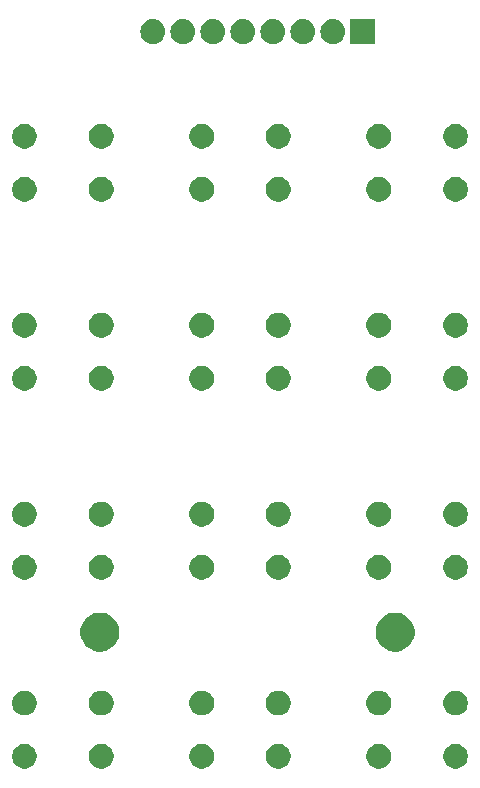
<source format=gbr>
G04 #@! TF.GenerationSoftware,KiCad,Pcbnew,5.0.2+dfsg1-1*
G04 #@! TF.CreationDate,2021-10-12T12:34:50+05:30*
G04 #@! TF.ProjectId,KEYBORD_PCB_V1,4b455942-4f52-4445-9f50-43425f56312e,rev?*
G04 #@! TF.SameCoordinates,Original*
G04 #@! TF.FileFunction,Soldermask,Top*
G04 #@! TF.FilePolarity,Negative*
%FSLAX46Y46*%
G04 Gerber Fmt 4.6, Leading zero omitted, Abs format (unit mm)*
G04 Created by KiCad (PCBNEW 5.0.2+dfsg1-1) date Tue 12 Oct 2021 12:34:50 PM IST*
%MOMM*%
%LPD*%
G01*
G04 APERTURE LIST*
%ADD10C,0.100000*%
G04 APERTURE END LIST*
D10*
G36*
X113806565Y-100489389D02*
X113997834Y-100568615D01*
X114169976Y-100683637D01*
X114316363Y-100830024D01*
X114431385Y-101002166D01*
X114510611Y-101193435D01*
X114551000Y-101396484D01*
X114551000Y-101603516D01*
X114510611Y-101806565D01*
X114431385Y-101997834D01*
X114316363Y-102169976D01*
X114169976Y-102316363D01*
X113997834Y-102431385D01*
X113806565Y-102510611D01*
X113603516Y-102551000D01*
X113396484Y-102551000D01*
X113193435Y-102510611D01*
X113002166Y-102431385D01*
X112830024Y-102316363D01*
X112683637Y-102169976D01*
X112568615Y-101997834D01*
X112489389Y-101806565D01*
X112449000Y-101603516D01*
X112449000Y-101396484D01*
X112489389Y-101193435D01*
X112568615Y-101002166D01*
X112683637Y-100830024D01*
X112830024Y-100683637D01*
X113002166Y-100568615D01*
X113193435Y-100489389D01*
X113396484Y-100449000D01*
X113603516Y-100449000D01*
X113806565Y-100489389D01*
X113806565Y-100489389D01*
G37*
G36*
X107306565Y-100489389D02*
X107497834Y-100568615D01*
X107669976Y-100683637D01*
X107816363Y-100830024D01*
X107931385Y-101002166D01*
X108010611Y-101193435D01*
X108051000Y-101396484D01*
X108051000Y-101603516D01*
X108010611Y-101806565D01*
X107931385Y-101997834D01*
X107816363Y-102169976D01*
X107669976Y-102316363D01*
X107497834Y-102431385D01*
X107306565Y-102510611D01*
X107103516Y-102551000D01*
X106896484Y-102551000D01*
X106693435Y-102510611D01*
X106502166Y-102431385D01*
X106330024Y-102316363D01*
X106183637Y-102169976D01*
X106068615Y-101997834D01*
X105989389Y-101806565D01*
X105949000Y-101603516D01*
X105949000Y-101396484D01*
X105989389Y-101193435D01*
X106068615Y-101002166D01*
X106183637Y-100830024D01*
X106330024Y-100683637D01*
X106502166Y-100568615D01*
X106693435Y-100489389D01*
X106896484Y-100449000D01*
X107103516Y-100449000D01*
X107306565Y-100489389D01*
X107306565Y-100489389D01*
G37*
G36*
X77306565Y-100489389D02*
X77497834Y-100568615D01*
X77669976Y-100683637D01*
X77816363Y-100830024D01*
X77931385Y-101002166D01*
X78010611Y-101193435D01*
X78051000Y-101396484D01*
X78051000Y-101603516D01*
X78010611Y-101806565D01*
X77931385Y-101997834D01*
X77816363Y-102169976D01*
X77669976Y-102316363D01*
X77497834Y-102431385D01*
X77306565Y-102510611D01*
X77103516Y-102551000D01*
X76896484Y-102551000D01*
X76693435Y-102510611D01*
X76502166Y-102431385D01*
X76330024Y-102316363D01*
X76183637Y-102169976D01*
X76068615Y-101997834D01*
X75989389Y-101806565D01*
X75949000Y-101603516D01*
X75949000Y-101396484D01*
X75989389Y-101193435D01*
X76068615Y-101002166D01*
X76183637Y-100830024D01*
X76330024Y-100683637D01*
X76502166Y-100568615D01*
X76693435Y-100489389D01*
X76896484Y-100449000D01*
X77103516Y-100449000D01*
X77306565Y-100489389D01*
X77306565Y-100489389D01*
G37*
G36*
X83806565Y-100489389D02*
X83997834Y-100568615D01*
X84169976Y-100683637D01*
X84316363Y-100830024D01*
X84431385Y-101002166D01*
X84510611Y-101193435D01*
X84551000Y-101396484D01*
X84551000Y-101603516D01*
X84510611Y-101806565D01*
X84431385Y-101997834D01*
X84316363Y-102169976D01*
X84169976Y-102316363D01*
X83997834Y-102431385D01*
X83806565Y-102510611D01*
X83603516Y-102551000D01*
X83396484Y-102551000D01*
X83193435Y-102510611D01*
X83002166Y-102431385D01*
X82830024Y-102316363D01*
X82683637Y-102169976D01*
X82568615Y-101997834D01*
X82489389Y-101806565D01*
X82449000Y-101603516D01*
X82449000Y-101396484D01*
X82489389Y-101193435D01*
X82568615Y-101002166D01*
X82683637Y-100830024D01*
X82830024Y-100683637D01*
X83002166Y-100568615D01*
X83193435Y-100489389D01*
X83396484Y-100449000D01*
X83603516Y-100449000D01*
X83806565Y-100489389D01*
X83806565Y-100489389D01*
G37*
G36*
X92306565Y-100489389D02*
X92497834Y-100568615D01*
X92669976Y-100683637D01*
X92816363Y-100830024D01*
X92931385Y-101002166D01*
X93010611Y-101193435D01*
X93051000Y-101396484D01*
X93051000Y-101603516D01*
X93010611Y-101806565D01*
X92931385Y-101997834D01*
X92816363Y-102169976D01*
X92669976Y-102316363D01*
X92497834Y-102431385D01*
X92306565Y-102510611D01*
X92103516Y-102551000D01*
X91896484Y-102551000D01*
X91693435Y-102510611D01*
X91502166Y-102431385D01*
X91330024Y-102316363D01*
X91183637Y-102169976D01*
X91068615Y-101997834D01*
X90989389Y-101806565D01*
X90949000Y-101603516D01*
X90949000Y-101396484D01*
X90989389Y-101193435D01*
X91068615Y-101002166D01*
X91183637Y-100830024D01*
X91330024Y-100683637D01*
X91502166Y-100568615D01*
X91693435Y-100489389D01*
X91896484Y-100449000D01*
X92103516Y-100449000D01*
X92306565Y-100489389D01*
X92306565Y-100489389D01*
G37*
G36*
X98806565Y-100489389D02*
X98997834Y-100568615D01*
X99169976Y-100683637D01*
X99316363Y-100830024D01*
X99431385Y-101002166D01*
X99510611Y-101193435D01*
X99551000Y-101396484D01*
X99551000Y-101603516D01*
X99510611Y-101806565D01*
X99431385Y-101997834D01*
X99316363Y-102169976D01*
X99169976Y-102316363D01*
X98997834Y-102431385D01*
X98806565Y-102510611D01*
X98603516Y-102551000D01*
X98396484Y-102551000D01*
X98193435Y-102510611D01*
X98002166Y-102431385D01*
X97830024Y-102316363D01*
X97683637Y-102169976D01*
X97568615Y-101997834D01*
X97489389Y-101806565D01*
X97449000Y-101603516D01*
X97449000Y-101396484D01*
X97489389Y-101193435D01*
X97568615Y-101002166D01*
X97683637Y-100830024D01*
X97830024Y-100683637D01*
X98002166Y-100568615D01*
X98193435Y-100489389D01*
X98396484Y-100449000D01*
X98603516Y-100449000D01*
X98806565Y-100489389D01*
X98806565Y-100489389D01*
G37*
G36*
X98806565Y-95989389D02*
X98997834Y-96068615D01*
X99169976Y-96183637D01*
X99316363Y-96330024D01*
X99431385Y-96502166D01*
X99510611Y-96693435D01*
X99551000Y-96896484D01*
X99551000Y-97103516D01*
X99510611Y-97306565D01*
X99431385Y-97497834D01*
X99316363Y-97669976D01*
X99169976Y-97816363D01*
X98997834Y-97931385D01*
X98806565Y-98010611D01*
X98603516Y-98051000D01*
X98396484Y-98051000D01*
X98193435Y-98010611D01*
X98002166Y-97931385D01*
X97830024Y-97816363D01*
X97683637Y-97669976D01*
X97568615Y-97497834D01*
X97489389Y-97306565D01*
X97449000Y-97103516D01*
X97449000Y-96896484D01*
X97489389Y-96693435D01*
X97568615Y-96502166D01*
X97683637Y-96330024D01*
X97830024Y-96183637D01*
X98002166Y-96068615D01*
X98193435Y-95989389D01*
X98396484Y-95949000D01*
X98603516Y-95949000D01*
X98806565Y-95989389D01*
X98806565Y-95989389D01*
G37*
G36*
X107306565Y-95989389D02*
X107497834Y-96068615D01*
X107669976Y-96183637D01*
X107816363Y-96330024D01*
X107931385Y-96502166D01*
X108010611Y-96693435D01*
X108051000Y-96896484D01*
X108051000Y-97103516D01*
X108010611Y-97306565D01*
X107931385Y-97497834D01*
X107816363Y-97669976D01*
X107669976Y-97816363D01*
X107497834Y-97931385D01*
X107306565Y-98010611D01*
X107103516Y-98051000D01*
X106896484Y-98051000D01*
X106693435Y-98010611D01*
X106502166Y-97931385D01*
X106330024Y-97816363D01*
X106183637Y-97669976D01*
X106068615Y-97497834D01*
X105989389Y-97306565D01*
X105949000Y-97103516D01*
X105949000Y-96896484D01*
X105989389Y-96693435D01*
X106068615Y-96502166D01*
X106183637Y-96330024D01*
X106330024Y-96183637D01*
X106502166Y-96068615D01*
X106693435Y-95989389D01*
X106896484Y-95949000D01*
X107103516Y-95949000D01*
X107306565Y-95989389D01*
X107306565Y-95989389D01*
G37*
G36*
X113806565Y-95989389D02*
X113997834Y-96068615D01*
X114169976Y-96183637D01*
X114316363Y-96330024D01*
X114431385Y-96502166D01*
X114510611Y-96693435D01*
X114551000Y-96896484D01*
X114551000Y-97103516D01*
X114510611Y-97306565D01*
X114431385Y-97497834D01*
X114316363Y-97669976D01*
X114169976Y-97816363D01*
X113997834Y-97931385D01*
X113806565Y-98010611D01*
X113603516Y-98051000D01*
X113396484Y-98051000D01*
X113193435Y-98010611D01*
X113002166Y-97931385D01*
X112830024Y-97816363D01*
X112683637Y-97669976D01*
X112568615Y-97497834D01*
X112489389Y-97306565D01*
X112449000Y-97103516D01*
X112449000Y-96896484D01*
X112489389Y-96693435D01*
X112568615Y-96502166D01*
X112683637Y-96330024D01*
X112830024Y-96183637D01*
X113002166Y-96068615D01*
X113193435Y-95989389D01*
X113396484Y-95949000D01*
X113603516Y-95949000D01*
X113806565Y-95989389D01*
X113806565Y-95989389D01*
G37*
G36*
X92306565Y-95989389D02*
X92497834Y-96068615D01*
X92669976Y-96183637D01*
X92816363Y-96330024D01*
X92931385Y-96502166D01*
X93010611Y-96693435D01*
X93051000Y-96896484D01*
X93051000Y-97103516D01*
X93010611Y-97306565D01*
X92931385Y-97497834D01*
X92816363Y-97669976D01*
X92669976Y-97816363D01*
X92497834Y-97931385D01*
X92306565Y-98010611D01*
X92103516Y-98051000D01*
X91896484Y-98051000D01*
X91693435Y-98010611D01*
X91502166Y-97931385D01*
X91330024Y-97816363D01*
X91183637Y-97669976D01*
X91068615Y-97497834D01*
X90989389Y-97306565D01*
X90949000Y-97103516D01*
X90949000Y-96896484D01*
X90989389Y-96693435D01*
X91068615Y-96502166D01*
X91183637Y-96330024D01*
X91330024Y-96183637D01*
X91502166Y-96068615D01*
X91693435Y-95989389D01*
X91896484Y-95949000D01*
X92103516Y-95949000D01*
X92306565Y-95989389D01*
X92306565Y-95989389D01*
G37*
G36*
X83806565Y-95989389D02*
X83997834Y-96068615D01*
X84169976Y-96183637D01*
X84316363Y-96330024D01*
X84431385Y-96502166D01*
X84510611Y-96693435D01*
X84551000Y-96896484D01*
X84551000Y-97103516D01*
X84510611Y-97306565D01*
X84431385Y-97497834D01*
X84316363Y-97669976D01*
X84169976Y-97816363D01*
X83997834Y-97931385D01*
X83806565Y-98010611D01*
X83603516Y-98051000D01*
X83396484Y-98051000D01*
X83193435Y-98010611D01*
X83002166Y-97931385D01*
X82830024Y-97816363D01*
X82683637Y-97669976D01*
X82568615Y-97497834D01*
X82489389Y-97306565D01*
X82449000Y-97103516D01*
X82449000Y-96896484D01*
X82489389Y-96693435D01*
X82568615Y-96502166D01*
X82683637Y-96330024D01*
X82830024Y-96183637D01*
X83002166Y-96068615D01*
X83193435Y-95989389D01*
X83396484Y-95949000D01*
X83603516Y-95949000D01*
X83806565Y-95989389D01*
X83806565Y-95989389D01*
G37*
G36*
X77306565Y-95989389D02*
X77497834Y-96068615D01*
X77669976Y-96183637D01*
X77816363Y-96330024D01*
X77931385Y-96502166D01*
X78010611Y-96693435D01*
X78051000Y-96896484D01*
X78051000Y-97103516D01*
X78010611Y-97306565D01*
X77931385Y-97497834D01*
X77816363Y-97669976D01*
X77669976Y-97816363D01*
X77497834Y-97931385D01*
X77306565Y-98010611D01*
X77103516Y-98051000D01*
X76896484Y-98051000D01*
X76693435Y-98010611D01*
X76502166Y-97931385D01*
X76330024Y-97816363D01*
X76183637Y-97669976D01*
X76068615Y-97497834D01*
X75989389Y-97306565D01*
X75949000Y-97103516D01*
X75949000Y-96896484D01*
X75989389Y-96693435D01*
X76068615Y-96502166D01*
X76183637Y-96330024D01*
X76330024Y-96183637D01*
X76502166Y-96068615D01*
X76693435Y-95989389D01*
X76896484Y-95949000D01*
X77103516Y-95949000D01*
X77306565Y-95989389D01*
X77306565Y-95989389D01*
G37*
G36*
X83765256Y-89391298D02*
X83871579Y-89412447D01*
X84172042Y-89536903D01*
X84438852Y-89715180D01*
X84442454Y-89717587D01*
X84672413Y-89947546D01*
X84853098Y-90217960D01*
X84977553Y-90518422D01*
X85041000Y-90837389D01*
X85041000Y-91162611D01*
X84977553Y-91481578D01*
X84853098Y-91782040D01*
X84672413Y-92052454D01*
X84442454Y-92282413D01*
X84442451Y-92282415D01*
X84172042Y-92463097D01*
X83871579Y-92587553D01*
X83765256Y-92608702D01*
X83552611Y-92651000D01*
X83227389Y-92651000D01*
X83014744Y-92608702D01*
X82908421Y-92587553D01*
X82607958Y-92463097D01*
X82337549Y-92282415D01*
X82337546Y-92282413D01*
X82107587Y-92052454D01*
X81926902Y-91782040D01*
X81802447Y-91481578D01*
X81739000Y-91162611D01*
X81739000Y-90837389D01*
X81802447Y-90518422D01*
X81926902Y-90217960D01*
X82107587Y-89947546D01*
X82337546Y-89717587D01*
X82341148Y-89715180D01*
X82607958Y-89536903D01*
X82908421Y-89412447D01*
X83014744Y-89391298D01*
X83227389Y-89349000D01*
X83552611Y-89349000D01*
X83765256Y-89391298D01*
X83765256Y-89391298D01*
G37*
G36*
X108755256Y-89391298D02*
X108861579Y-89412447D01*
X109162042Y-89536903D01*
X109428852Y-89715180D01*
X109432454Y-89717587D01*
X109662413Y-89947546D01*
X109843098Y-90217960D01*
X109967553Y-90518422D01*
X110031000Y-90837389D01*
X110031000Y-91162611D01*
X109967553Y-91481578D01*
X109843098Y-91782040D01*
X109662413Y-92052454D01*
X109432454Y-92282413D01*
X109432451Y-92282415D01*
X109162042Y-92463097D01*
X108861579Y-92587553D01*
X108755256Y-92608702D01*
X108542611Y-92651000D01*
X108217389Y-92651000D01*
X108004744Y-92608702D01*
X107898421Y-92587553D01*
X107597958Y-92463097D01*
X107327549Y-92282415D01*
X107327546Y-92282413D01*
X107097587Y-92052454D01*
X106916902Y-91782040D01*
X106792447Y-91481578D01*
X106729000Y-91162611D01*
X106729000Y-90837389D01*
X106792447Y-90518422D01*
X106916902Y-90217960D01*
X107097587Y-89947546D01*
X107327546Y-89717587D01*
X107331148Y-89715180D01*
X107597958Y-89536903D01*
X107898421Y-89412447D01*
X108004744Y-89391298D01*
X108217389Y-89349000D01*
X108542611Y-89349000D01*
X108755256Y-89391298D01*
X108755256Y-89391298D01*
G37*
G36*
X98806565Y-84489389D02*
X98997834Y-84568615D01*
X99169976Y-84683637D01*
X99316363Y-84830024D01*
X99431385Y-85002166D01*
X99510611Y-85193435D01*
X99551000Y-85396484D01*
X99551000Y-85603516D01*
X99510611Y-85806565D01*
X99431385Y-85997834D01*
X99316363Y-86169976D01*
X99169976Y-86316363D01*
X98997834Y-86431385D01*
X98806565Y-86510611D01*
X98603516Y-86551000D01*
X98396484Y-86551000D01*
X98193435Y-86510611D01*
X98002166Y-86431385D01*
X97830024Y-86316363D01*
X97683637Y-86169976D01*
X97568615Y-85997834D01*
X97489389Y-85806565D01*
X97449000Y-85603516D01*
X97449000Y-85396484D01*
X97489389Y-85193435D01*
X97568615Y-85002166D01*
X97683637Y-84830024D01*
X97830024Y-84683637D01*
X98002166Y-84568615D01*
X98193435Y-84489389D01*
X98396484Y-84449000D01*
X98603516Y-84449000D01*
X98806565Y-84489389D01*
X98806565Y-84489389D01*
G37*
G36*
X77306565Y-84489389D02*
X77497834Y-84568615D01*
X77669976Y-84683637D01*
X77816363Y-84830024D01*
X77931385Y-85002166D01*
X78010611Y-85193435D01*
X78051000Y-85396484D01*
X78051000Y-85603516D01*
X78010611Y-85806565D01*
X77931385Y-85997834D01*
X77816363Y-86169976D01*
X77669976Y-86316363D01*
X77497834Y-86431385D01*
X77306565Y-86510611D01*
X77103516Y-86551000D01*
X76896484Y-86551000D01*
X76693435Y-86510611D01*
X76502166Y-86431385D01*
X76330024Y-86316363D01*
X76183637Y-86169976D01*
X76068615Y-85997834D01*
X75989389Y-85806565D01*
X75949000Y-85603516D01*
X75949000Y-85396484D01*
X75989389Y-85193435D01*
X76068615Y-85002166D01*
X76183637Y-84830024D01*
X76330024Y-84683637D01*
X76502166Y-84568615D01*
X76693435Y-84489389D01*
X76896484Y-84449000D01*
X77103516Y-84449000D01*
X77306565Y-84489389D01*
X77306565Y-84489389D01*
G37*
G36*
X83806565Y-84489389D02*
X83997834Y-84568615D01*
X84169976Y-84683637D01*
X84316363Y-84830024D01*
X84431385Y-85002166D01*
X84510611Y-85193435D01*
X84551000Y-85396484D01*
X84551000Y-85603516D01*
X84510611Y-85806565D01*
X84431385Y-85997834D01*
X84316363Y-86169976D01*
X84169976Y-86316363D01*
X83997834Y-86431385D01*
X83806565Y-86510611D01*
X83603516Y-86551000D01*
X83396484Y-86551000D01*
X83193435Y-86510611D01*
X83002166Y-86431385D01*
X82830024Y-86316363D01*
X82683637Y-86169976D01*
X82568615Y-85997834D01*
X82489389Y-85806565D01*
X82449000Y-85603516D01*
X82449000Y-85396484D01*
X82489389Y-85193435D01*
X82568615Y-85002166D01*
X82683637Y-84830024D01*
X82830024Y-84683637D01*
X83002166Y-84568615D01*
X83193435Y-84489389D01*
X83396484Y-84449000D01*
X83603516Y-84449000D01*
X83806565Y-84489389D01*
X83806565Y-84489389D01*
G37*
G36*
X92306565Y-84489389D02*
X92497834Y-84568615D01*
X92669976Y-84683637D01*
X92816363Y-84830024D01*
X92931385Y-85002166D01*
X93010611Y-85193435D01*
X93051000Y-85396484D01*
X93051000Y-85603516D01*
X93010611Y-85806565D01*
X92931385Y-85997834D01*
X92816363Y-86169976D01*
X92669976Y-86316363D01*
X92497834Y-86431385D01*
X92306565Y-86510611D01*
X92103516Y-86551000D01*
X91896484Y-86551000D01*
X91693435Y-86510611D01*
X91502166Y-86431385D01*
X91330024Y-86316363D01*
X91183637Y-86169976D01*
X91068615Y-85997834D01*
X90989389Y-85806565D01*
X90949000Y-85603516D01*
X90949000Y-85396484D01*
X90989389Y-85193435D01*
X91068615Y-85002166D01*
X91183637Y-84830024D01*
X91330024Y-84683637D01*
X91502166Y-84568615D01*
X91693435Y-84489389D01*
X91896484Y-84449000D01*
X92103516Y-84449000D01*
X92306565Y-84489389D01*
X92306565Y-84489389D01*
G37*
G36*
X113806565Y-84489389D02*
X113997834Y-84568615D01*
X114169976Y-84683637D01*
X114316363Y-84830024D01*
X114431385Y-85002166D01*
X114510611Y-85193435D01*
X114551000Y-85396484D01*
X114551000Y-85603516D01*
X114510611Y-85806565D01*
X114431385Y-85997834D01*
X114316363Y-86169976D01*
X114169976Y-86316363D01*
X113997834Y-86431385D01*
X113806565Y-86510611D01*
X113603516Y-86551000D01*
X113396484Y-86551000D01*
X113193435Y-86510611D01*
X113002166Y-86431385D01*
X112830024Y-86316363D01*
X112683637Y-86169976D01*
X112568615Y-85997834D01*
X112489389Y-85806565D01*
X112449000Y-85603516D01*
X112449000Y-85396484D01*
X112489389Y-85193435D01*
X112568615Y-85002166D01*
X112683637Y-84830024D01*
X112830024Y-84683637D01*
X113002166Y-84568615D01*
X113193435Y-84489389D01*
X113396484Y-84449000D01*
X113603516Y-84449000D01*
X113806565Y-84489389D01*
X113806565Y-84489389D01*
G37*
G36*
X107306565Y-84489389D02*
X107497834Y-84568615D01*
X107669976Y-84683637D01*
X107816363Y-84830024D01*
X107931385Y-85002166D01*
X108010611Y-85193435D01*
X108051000Y-85396484D01*
X108051000Y-85603516D01*
X108010611Y-85806565D01*
X107931385Y-85997834D01*
X107816363Y-86169976D01*
X107669976Y-86316363D01*
X107497834Y-86431385D01*
X107306565Y-86510611D01*
X107103516Y-86551000D01*
X106896484Y-86551000D01*
X106693435Y-86510611D01*
X106502166Y-86431385D01*
X106330024Y-86316363D01*
X106183637Y-86169976D01*
X106068615Y-85997834D01*
X105989389Y-85806565D01*
X105949000Y-85603516D01*
X105949000Y-85396484D01*
X105989389Y-85193435D01*
X106068615Y-85002166D01*
X106183637Y-84830024D01*
X106330024Y-84683637D01*
X106502166Y-84568615D01*
X106693435Y-84489389D01*
X106896484Y-84449000D01*
X107103516Y-84449000D01*
X107306565Y-84489389D01*
X107306565Y-84489389D01*
G37*
G36*
X107306565Y-79989389D02*
X107497834Y-80068615D01*
X107669976Y-80183637D01*
X107816363Y-80330024D01*
X107931385Y-80502166D01*
X108010611Y-80693435D01*
X108051000Y-80896484D01*
X108051000Y-81103516D01*
X108010611Y-81306565D01*
X107931385Y-81497834D01*
X107816363Y-81669976D01*
X107669976Y-81816363D01*
X107497834Y-81931385D01*
X107306565Y-82010611D01*
X107103516Y-82051000D01*
X106896484Y-82051000D01*
X106693435Y-82010611D01*
X106502166Y-81931385D01*
X106330024Y-81816363D01*
X106183637Y-81669976D01*
X106068615Y-81497834D01*
X105989389Y-81306565D01*
X105949000Y-81103516D01*
X105949000Y-80896484D01*
X105989389Y-80693435D01*
X106068615Y-80502166D01*
X106183637Y-80330024D01*
X106330024Y-80183637D01*
X106502166Y-80068615D01*
X106693435Y-79989389D01*
X106896484Y-79949000D01*
X107103516Y-79949000D01*
X107306565Y-79989389D01*
X107306565Y-79989389D01*
G37*
G36*
X113806565Y-79989389D02*
X113997834Y-80068615D01*
X114169976Y-80183637D01*
X114316363Y-80330024D01*
X114431385Y-80502166D01*
X114510611Y-80693435D01*
X114551000Y-80896484D01*
X114551000Y-81103516D01*
X114510611Y-81306565D01*
X114431385Y-81497834D01*
X114316363Y-81669976D01*
X114169976Y-81816363D01*
X113997834Y-81931385D01*
X113806565Y-82010611D01*
X113603516Y-82051000D01*
X113396484Y-82051000D01*
X113193435Y-82010611D01*
X113002166Y-81931385D01*
X112830024Y-81816363D01*
X112683637Y-81669976D01*
X112568615Y-81497834D01*
X112489389Y-81306565D01*
X112449000Y-81103516D01*
X112449000Y-80896484D01*
X112489389Y-80693435D01*
X112568615Y-80502166D01*
X112683637Y-80330024D01*
X112830024Y-80183637D01*
X113002166Y-80068615D01*
X113193435Y-79989389D01*
X113396484Y-79949000D01*
X113603516Y-79949000D01*
X113806565Y-79989389D01*
X113806565Y-79989389D01*
G37*
G36*
X83806565Y-79989389D02*
X83997834Y-80068615D01*
X84169976Y-80183637D01*
X84316363Y-80330024D01*
X84431385Y-80502166D01*
X84510611Y-80693435D01*
X84551000Y-80896484D01*
X84551000Y-81103516D01*
X84510611Y-81306565D01*
X84431385Y-81497834D01*
X84316363Y-81669976D01*
X84169976Y-81816363D01*
X83997834Y-81931385D01*
X83806565Y-82010611D01*
X83603516Y-82051000D01*
X83396484Y-82051000D01*
X83193435Y-82010611D01*
X83002166Y-81931385D01*
X82830024Y-81816363D01*
X82683637Y-81669976D01*
X82568615Y-81497834D01*
X82489389Y-81306565D01*
X82449000Y-81103516D01*
X82449000Y-80896484D01*
X82489389Y-80693435D01*
X82568615Y-80502166D01*
X82683637Y-80330024D01*
X82830024Y-80183637D01*
X83002166Y-80068615D01*
X83193435Y-79989389D01*
X83396484Y-79949000D01*
X83603516Y-79949000D01*
X83806565Y-79989389D01*
X83806565Y-79989389D01*
G37*
G36*
X77306565Y-79989389D02*
X77497834Y-80068615D01*
X77669976Y-80183637D01*
X77816363Y-80330024D01*
X77931385Y-80502166D01*
X78010611Y-80693435D01*
X78051000Y-80896484D01*
X78051000Y-81103516D01*
X78010611Y-81306565D01*
X77931385Y-81497834D01*
X77816363Y-81669976D01*
X77669976Y-81816363D01*
X77497834Y-81931385D01*
X77306565Y-82010611D01*
X77103516Y-82051000D01*
X76896484Y-82051000D01*
X76693435Y-82010611D01*
X76502166Y-81931385D01*
X76330024Y-81816363D01*
X76183637Y-81669976D01*
X76068615Y-81497834D01*
X75989389Y-81306565D01*
X75949000Y-81103516D01*
X75949000Y-80896484D01*
X75989389Y-80693435D01*
X76068615Y-80502166D01*
X76183637Y-80330024D01*
X76330024Y-80183637D01*
X76502166Y-80068615D01*
X76693435Y-79989389D01*
X76896484Y-79949000D01*
X77103516Y-79949000D01*
X77306565Y-79989389D01*
X77306565Y-79989389D01*
G37*
G36*
X92306565Y-79989389D02*
X92497834Y-80068615D01*
X92669976Y-80183637D01*
X92816363Y-80330024D01*
X92931385Y-80502166D01*
X93010611Y-80693435D01*
X93051000Y-80896484D01*
X93051000Y-81103516D01*
X93010611Y-81306565D01*
X92931385Y-81497834D01*
X92816363Y-81669976D01*
X92669976Y-81816363D01*
X92497834Y-81931385D01*
X92306565Y-82010611D01*
X92103516Y-82051000D01*
X91896484Y-82051000D01*
X91693435Y-82010611D01*
X91502166Y-81931385D01*
X91330024Y-81816363D01*
X91183637Y-81669976D01*
X91068615Y-81497834D01*
X90989389Y-81306565D01*
X90949000Y-81103516D01*
X90949000Y-80896484D01*
X90989389Y-80693435D01*
X91068615Y-80502166D01*
X91183637Y-80330024D01*
X91330024Y-80183637D01*
X91502166Y-80068615D01*
X91693435Y-79989389D01*
X91896484Y-79949000D01*
X92103516Y-79949000D01*
X92306565Y-79989389D01*
X92306565Y-79989389D01*
G37*
G36*
X98806565Y-79989389D02*
X98997834Y-80068615D01*
X99169976Y-80183637D01*
X99316363Y-80330024D01*
X99431385Y-80502166D01*
X99510611Y-80693435D01*
X99551000Y-80896484D01*
X99551000Y-81103516D01*
X99510611Y-81306565D01*
X99431385Y-81497834D01*
X99316363Y-81669976D01*
X99169976Y-81816363D01*
X98997834Y-81931385D01*
X98806565Y-82010611D01*
X98603516Y-82051000D01*
X98396484Y-82051000D01*
X98193435Y-82010611D01*
X98002166Y-81931385D01*
X97830024Y-81816363D01*
X97683637Y-81669976D01*
X97568615Y-81497834D01*
X97489389Y-81306565D01*
X97449000Y-81103516D01*
X97449000Y-80896484D01*
X97489389Y-80693435D01*
X97568615Y-80502166D01*
X97683637Y-80330024D01*
X97830024Y-80183637D01*
X98002166Y-80068615D01*
X98193435Y-79989389D01*
X98396484Y-79949000D01*
X98603516Y-79949000D01*
X98806565Y-79989389D01*
X98806565Y-79989389D01*
G37*
G36*
X113806565Y-68489389D02*
X113997834Y-68568615D01*
X114169976Y-68683637D01*
X114316363Y-68830024D01*
X114431385Y-69002166D01*
X114510611Y-69193435D01*
X114551000Y-69396484D01*
X114551000Y-69603516D01*
X114510611Y-69806565D01*
X114431385Y-69997834D01*
X114316363Y-70169976D01*
X114169976Y-70316363D01*
X113997834Y-70431385D01*
X113806565Y-70510611D01*
X113603516Y-70551000D01*
X113396484Y-70551000D01*
X113193435Y-70510611D01*
X113002166Y-70431385D01*
X112830024Y-70316363D01*
X112683637Y-70169976D01*
X112568615Y-69997834D01*
X112489389Y-69806565D01*
X112449000Y-69603516D01*
X112449000Y-69396484D01*
X112489389Y-69193435D01*
X112568615Y-69002166D01*
X112683637Y-68830024D01*
X112830024Y-68683637D01*
X113002166Y-68568615D01*
X113193435Y-68489389D01*
X113396484Y-68449000D01*
X113603516Y-68449000D01*
X113806565Y-68489389D01*
X113806565Y-68489389D01*
G37*
G36*
X107306565Y-68489389D02*
X107497834Y-68568615D01*
X107669976Y-68683637D01*
X107816363Y-68830024D01*
X107931385Y-69002166D01*
X108010611Y-69193435D01*
X108051000Y-69396484D01*
X108051000Y-69603516D01*
X108010611Y-69806565D01*
X107931385Y-69997834D01*
X107816363Y-70169976D01*
X107669976Y-70316363D01*
X107497834Y-70431385D01*
X107306565Y-70510611D01*
X107103516Y-70551000D01*
X106896484Y-70551000D01*
X106693435Y-70510611D01*
X106502166Y-70431385D01*
X106330024Y-70316363D01*
X106183637Y-70169976D01*
X106068615Y-69997834D01*
X105989389Y-69806565D01*
X105949000Y-69603516D01*
X105949000Y-69396484D01*
X105989389Y-69193435D01*
X106068615Y-69002166D01*
X106183637Y-68830024D01*
X106330024Y-68683637D01*
X106502166Y-68568615D01*
X106693435Y-68489389D01*
X106896484Y-68449000D01*
X107103516Y-68449000D01*
X107306565Y-68489389D01*
X107306565Y-68489389D01*
G37*
G36*
X92306565Y-68489389D02*
X92497834Y-68568615D01*
X92669976Y-68683637D01*
X92816363Y-68830024D01*
X92931385Y-69002166D01*
X93010611Y-69193435D01*
X93051000Y-69396484D01*
X93051000Y-69603516D01*
X93010611Y-69806565D01*
X92931385Y-69997834D01*
X92816363Y-70169976D01*
X92669976Y-70316363D01*
X92497834Y-70431385D01*
X92306565Y-70510611D01*
X92103516Y-70551000D01*
X91896484Y-70551000D01*
X91693435Y-70510611D01*
X91502166Y-70431385D01*
X91330024Y-70316363D01*
X91183637Y-70169976D01*
X91068615Y-69997834D01*
X90989389Y-69806565D01*
X90949000Y-69603516D01*
X90949000Y-69396484D01*
X90989389Y-69193435D01*
X91068615Y-69002166D01*
X91183637Y-68830024D01*
X91330024Y-68683637D01*
X91502166Y-68568615D01*
X91693435Y-68489389D01*
X91896484Y-68449000D01*
X92103516Y-68449000D01*
X92306565Y-68489389D01*
X92306565Y-68489389D01*
G37*
G36*
X98806565Y-68489389D02*
X98997834Y-68568615D01*
X99169976Y-68683637D01*
X99316363Y-68830024D01*
X99431385Y-69002166D01*
X99510611Y-69193435D01*
X99551000Y-69396484D01*
X99551000Y-69603516D01*
X99510611Y-69806565D01*
X99431385Y-69997834D01*
X99316363Y-70169976D01*
X99169976Y-70316363D01*
X98997834Y-70431385D01*
X98806565Y-70510611D01*
X98603516Y-70551000D01*
X98396484Y-70551000D01*
X98193435Y-70510611D01*
X98002166Y-70431385D01*
X97830024Y-70316363D01*
X97683637Y-70169976D01*
X97568615Y-69997834D01*
X97489389Y-69806565D01*
X97449000Y-69603516D01*
X97449000Y-69396484D01*
X97489389Y-69193435D01*
X97568615Y-69002166D01*
X97683637Y-68830024D01*
X97830024Y-68683637D01*
X98002166Y-68568615D01*
X98193435Y-68489389D01*
X98396484Y-68449000D01*
X98603516Y-68449000D01*
X98806565Y-68489389D01*
X98806565Y-68489389D01*
G37*
G36*
X77306565Y-68489389D02*
X77497834Y-68568615D01*
X77669976Y-68683637D01*
X77816363Y-68830024D01*
X77931385Y-69002166D01*
X78010611Y-69193435D01*
X78051000Y-69396484D01*
X78051000Y-69603516D01*
X78010611Y-69806565D01*
X77931385Y-69997834D01*
X77816363Y-70169976D01*
X77669976Y-70316363D01*
X77497834Y-70431385D01*
X77306565Y-70510611D01*
X77103516Y-70551000D01*
X76896484Y-70551000D01*
X76693435Y-70510611D01*
X76502166Y-70431385D01*
X76330024Y-70316363D01*
X76183637Y-70169976D01*
X76068615Y-69997834D01*
X75989389Y-69806565D01*
X75949000Y-69603516D01*
X75949000Y-69396484D01*
X75989389Y-69193435D01*
X76068615Y-69002166D01*
X76183637Y-68830024D01*
X76330024Y-68683637D01*
X76502166Y-68568615D01*
X76693435Y-68489389D01*
X76896484Y-68449000D01*
X77103516Y-68449000D01*
X77306565Y-68489389D01*
X77306565Y-68489389D01*
G37*
G36*
X83806565Y-68489389D02*
X83997834Y-68568615D01*
X84169976Y-68683637D01*
X84316363Y-68830024D01*
X84431385Y-69002166D01*
X84510611Y-69193435D01*
X84551000Y-69396484D01*
X84551000Y-69603516D01*
X84510611Y-69806565D01*
X84431385Y-69997834D01*
X84316363Y-70169976D01*
X84169976Y-70316363D01*
X83997834Y-70431385D01*
X83806565Y-70510611D01*
X83603516Y-70551000D01*
X83396484Y-70551000D01*
X83193435Y-70510611D01*
X83002166Y-70431385D01*
X82830024Y-70316363D01*
X82683637Y-70169976D01*
X82568615Y-69997834D01*
X82489389Y-69806565D01*
X82449000Y-69603516D01*
X82449000Y-69396484D01*
X82489389Y-69193435D01*
X82568615Y-69002166D01*
X82683637Y-68830024D01*
X82830024Y-68683637D01*
X83002166Y-68568615D01*
X83193435Y-68489389D01*
X83396484Y-68449000D01*
X83603516Y-68449000D01*
X83806565Y-68489389D01*
X83806565Y-68489389D01*
G37*
G36*
X98806565Y-63989389D02*
X98997834Y-64068615D01*
X99169976Y-64183637D01*
X99316363Y-64330024D01*
X99431385Y-64502166D01*
X99510611Y-64693435D01*
X99551000Y-64896484D01*
X99551000Y-65103516D01*
X99510611Y-65306565D01*
X99431385Y-65497834D01*
X99316363Y-65669976D01*
X99169976Y-65816363D01*
X98997834Y-65931385D01*
X98806565Y-66010611D01*
X98603516Y-66051000D01*
X98396484Y-66051000D01*
X98193435Y-66010611D01*
X98002166Y-65931385D01*
X97830024Y-65816363D01*
X97683637Y-65669976D01*
X97568615Y-65497834D01*
X97489389Y-65306565D01*
X97449000Y-65103516D01*
X97449000Y-64896484D01*
X97489389Y-64693435D01*
X97568615Y-64502166D01*
X97683637Y-64330024D01*
X97830024Y-64183637D01*
X98002166Y-64068615D01*
X98193435Y-63989389D01*
X98396484Y-63949000D01*
X98603516Y-63949000D01*
X98806565Y-63989389D01*
X98806565Y-63989389D01*
G37*
G36*
X77306565Y-63989389D02*
X77497834Y-64068615D01*
X77669976Y-64183637D01*
X77816363Y-64330024D01*
X77931385Y-64502166D01*
X78010611Y-64693435D01*
X78051000Y-64896484D01*
X78051000Y-65103516D01*
X78010611Y-65306565D01*
X77931385Y-65497834D01*
X77816363Y-65669976D01*
X77669976Y-65816363D01*
X77497834Y-65931385D01*
X77306565Y-66010611D01*
X77103516Y-66051000D01*
X76896484Y-66051000D01*
X76693435Y-66010611D01*
X76502166Y-65931385D01*
X76330024Y-65816363D01*
X76183637Y-65669976D01*
X76068615Y-65497834D01*
X75989389Y-65306565D01*
X75949000Y-65103516D01*
X75949000Y-64896484D01*
X75989389Y-64693435D01*
X76068615Y-64502166D01*
X76183637Y-64330024D01*
X76330024Y-64183637D01*
X76502166Y-64068615D01*
X76693435Y-63989389D01*
X76896484Y-63949000D01*
X77103516Y-63949000D01*
X77306565Y-63989389D01*
X77306565Y-63989389D01*
G37*
G36*
X83806565Y-63989389D02*
X83997834Y-64068615D01*
X84169976Y-64183637D01*
X84316363Y-64330024D01*
X84431385Y-64502166D01*
X84510611Y-64693435D01*
X84551000Y-64896484D01*
X84551000Y-65103516D01*
X84510611Y-65306565D01*
X84431385Y-65497834D01*
X84316363Y-65669976D01*
X84169976Y-65816363D01*
X83997834Y-65931385D01*
X83806565Y-66010611D01*
X83603516Y-66051000D01*
X83396484Y-66051000D01*
X83193435Y-66010611D01*
X83002166Y-65931385D01*
X82830024Y-65816363D01*
X82683637Y-65669976D01*
X82568615Y-65497834D01*
X82489389Y-65306565D01*
X82449000Y-65103516D01*
X82449000Y-64896484D01*
X82489389Y-64693435D01*
X82568615Y-64502166D01*
X82683637Y-64330024D01*
X82830024Y-64183637D01*
X83002166Y-64068615D01*
X83193435Y-63989389D01*
X83396484Y-63949000D01*
X83603516Y-63949000D01*
X83806565Y-63989389D01*
X83806565Y-63989389D01*
G37*
G36*
X92306565Y-63989389D02*
X92497834Y-64068615D01*
X92669976Y-64183637D01*
X92816363Y-64330024D01*
X92931385Y-64502166D01*
X93010611Y-64693435D01*
X93051000Y-64896484D01*
X93051000Y-65103516D01*
X93010611Y-65306565D01*
X92931385Y-65497834D01*
X92816363Y-65669976D01*
X92669976Y-65816363D01*
X92497834Y-65931385D01*
X92306565Y-66010611D01*
X92103516Y-66051000D01*
X91896484Y-66051000D01*
X91693435Y-66010611D01*
X91502166Y-65931385D01*
X91330024Y-65816363D01*
X91183637Y-65669976D01*
X91068615Y-65497834D01*
X90989389Y-65306565D01*
X90949000Y-65103516D01*
X90949000Y-64896484D01*
X90989389Y-64693435D01*
X91068615Y-64502166D01*
X91183637Y-64330024D01*
X91330024Y-64183637D01*
X91502166Y-64068615D01*
X91693435Y-63989389D01*
X91896484Y-63949000D01*
X92103516Y-63949000D01*
X92306565Y-63989389D01*
X92306565Y-63989389D01*
G37*
G36*
X113806565Y-63989389D02*
X113997834Y-64068615D01*
X114169976Y-64183637D01*
X114316363Y-64330024D01*
X114431385Y-64502166D01*
X114510611Y-64693435D01*
X114551000Y-64896484D01*
X114551000Y-65103516D01*
X114510611Y-65306565D01*
X114431385Y-65497834D01*
X114316363Y-65669976D01*
X114169976Y-65816363D01*
X113997834Y-65931385D01*
X113806565Y-66010611D01*
X113603516Y-66051000D01*
X113396484Y-66051000D01*
X113193435Y-66010611D01*
X113002166Y-65931385D01*
X112830024Y-65816363D01*
X112683637Y-65669976D01*
X112568615Y-65497834D01*
X112489389Y-65306565D01*
X112449000Y-65103516D01*
X112449000Y-64896484D01*
X112489389Y-64693435D01*
X112568615Y-64502166D01*
X112683637Y-64330024D01*
X112830024Y-64183637D01*
X113002166Y-64068615D01*
X113193435Y-63989389D01*
X113396484Y-63949000D01*
X113603516Y-63949000D01*
X113806565Y-63989389D01*
X113806565Y-63989389D01*
G37*
G36*
X107306565Y-63989389D02*
X107497834Y-64068615D01*
X107669976Y-64183637D01*
X107816363Y-64330024D01*
X107931385Y-64502166D01*
X108010611Y-64693435D01*
X108051000Y-64896484D01*
X108051000Y-65103516D01*
X108010611Y-65306565D01*
X107931385Y-65497834D01*
X107816363Y-65669976D01*
X107669976Y-65816363D01*
X107497834Y-65931385D01*
X107306565Y-66010611D01*
X107103516Y-66051000D01*
X106896484Y-66051000D01*
X106693435Y-66010611D01*
X106502166Y-65931385D01*
X106330024Y-65816363D01*
X106183637Y-65669976D01*
X106068615Y-65497834D01*
X105989389Y-65306565D01*
X105949000Y-65103516D01*
X105949000Y-64896484D01*
X105989389Y-64693435D01*
X106068615Y-64502166D01*
X106183637Y-64330024D01*
X106330024Y-64183637D01*
X106502166Y-64068615D01*
X106693435Y-63989389D01*
X106896484Y-63949000D01*
X107103516Y-63949000D01*
X107306565Y-63989389D01*
X107306565Y-63989389D01*
G37*
G36*
X77306565Y-52489389D02*
X77497834Y-52568615D01*
X77669976Y-52683637D01*
X77816363Y-52830024D01*
X77931385Y-53002166D01*
X78010611Y-53193435D01*
X78051000Y-53396484D01*
X78051000Y-53603516D01*
X78010611Y-53806565D01*
X77931385Y-53997834D01*
X77816363Y-54169976D01*
X77669976Y-54316363D01*
X77497834Y-54431385D01*
X77306565Y-54510611D01*
X77103516Y-54551000D01*
X76896484Y-54551000D01*
X76693435Y-54510611D01*
X76502166Y-54431385D01*
X76330024Y-54316363D01*
X76183637Y-54169976D01*
X76068615Y-53997834D01*
X75989389Y-53806565D01*
X75949000Y-53603516D01*
X75949000Y-53396484D01*
X75989389Y-53193435D01*
X76068615Y-53002166D01*
X76183637Y-52830024D01*
X76330024Y-52683637D01*
X76502166Y-52568615D01*
X76693435Y-52489389D01*
X76896484Y-52449000D01*
X77103516Y-52449000D01*
X77306565Y-52489389D01*
X77306565Y-52489389D01*
G37*
G36*
X83806565Y-52489389D02*
X83997834Y-52568615D01*
X84169976Y-52683637D01*
X84316363Y-52830024D01*
X84431385Y-53002166D01*
X84510611Y-53193435D01*
X84551000Y-53396484D01*
X84551000Y-53603516D01*
X84510611Y-53806565D01*
X84431385Y-53997834D01*
X84316363Y-54169976D01*
X84169976Y-54316363D01*
X83997834Y-54431385D01*
X83806565Y-54510611D01*
X83603516Y-54551000D01*
X83396484Y-54551000D01*
X83193435Y-54510611D01*
X83002166Y-54431385D01*
X82830024Y-54316363D01*
X82683637Y-54169976D01*
X82568615Y-53997834D01*
X82489389Y-53806565D01*
X82449000Y-53603516D01*
X82449000Y-53396484D01*
X82489389Y-53193435D01*
X82568615Y-53002166D01*
X82683637Y-52830024D01*
X82830024Y-52683637D01*
X83002166Y-52568615D01*
X83193435Y-52489389D01*
X83396484Y-52449000D01*
X83603516Y-52449000D01*
X83806565Y-52489389D01*
X83806565Y-52489389D01*
G37*
G36*
X107306565Y-52489389D02*
X107497834Y-52568615D01*
X107669976Y-52683637D01*
X107816363Y-52830024D01*
X107931385Y-53002166D01*
X108010611Y-53193435D01*
X108051000Y-53396484D01*
X108051000Y-53603516D01*
X108010611Y-53806565D01*
X107931385Y-53997834D01*
X107816363Y-54169976D01*
X107669976Y-54316363D01*
X107497834Y-54431385D01*
X107306565Y-54510611D01*
X107103516Y-54551000D01*
X106896484Y-54551000D01*
X106693435Y-54510611D01*
X106502166Y-54431385D01*
X106330024Y-54316363D01*
X106183637Y-54169976D01*
X106068615Y-53997834D01*
X105989389Y-53806565D01*
X105949000Y-53603516D01*
X105949000Y-53396484D01*
X105989389Y-53193435D01*
X106068615Y-53002166D01*
X106183637Y-52830024D01*
X106330024Y-52683637D01*
X106502166Y-52568615D01*
X106693435Y-52489389D01*
X106896484Y-52449000D01*
X107103516Y-52449000D01*
X107306565Y-52489389D01*
X107306565Y-52489389D01*
G37*
G36*
X113806565Y-52489389D02*
X113997834Y-52568615D01*
X114169976Y-52683637D01*
X114316363Y-52830024D01*
X114431385Y-53002166D01*
X114510611Y-53193435D01*
X114551000Y-53396484D01*
X114551000Y-53603516D01*
X114510611Y-53806565D01*
X114431385Y-53997834D01*
X114316363Y-54169976D01*
X114169976Y-54316363D01*
X113997834Y-54431385D01*
X113806565Y-54510611D01*
X113603516Y-54551000D01*
X113396484Y-54551000D01*
X113193435Y-54510611D01*
X113002166Y-54431385D01*
X112830024Y-54316363D01*
X112683637Y-54169976D01*
X112568615Y-53997834D01*
X112489389Y-53806565D01*
X112449000Y-53603516D01*
X112449000Y-53396484D01*
X112489389Y-53193435D01*
X112568615Y-53002166D01*
X112683637Y-52830024D01*
X112830024Y-52683637D01*
X113002166Y-52568615D01*
X113193435Y-52489389D01*
X113396484Y-52449000D01*
X113603516Y-52449000D01*
X113806565Y-52489389D01*
X113806565Y-52489389D01*
G37*
G36*
X98806565Y-52489389D02*
X98997834Y-52568615D01*
X99169976Y-52683637D01*
X99316363Y-52830024D01*
X99431385Y-53002166D01*
X99510611Y-53193435D01*
X99551000Y-53396484D01*
X99551000Y-53603516D01*
X99510611Y-53806565D01*
X99431385Y-53997834D01*
X99316363Y-54169976D01*
X99169976Y-54316363D01*
X98997834Y-54431385D01*
X98806565Y-54510611D01*
X98603516Y-54551000D01*
X98396484Y-54551000D01*
X98193435Y-54510611D01*
X98002166Y-54431385D01*
X97830024Y-54316363D01*
X97683637Y-54169976D01*
X97568615Y-53997834D01*
X97489389Y-53806565D01*
X97449000Y-53603516D01*
X97449000Y-53396484D01*
X97489389Y-53193435D01*
X97568615Y-53002166D01*
X97683637Y-52830024D01*
X97830024Y-52683637D01*
X98002166Y-52568615D01*
X98193435Y-52489389D01*
X98396484Y-52449000D01*
X98603516Y-52449000D01*
X98806565Y-52489389D01*
X98806565Y-52489389D01*
G37*
G36*
X92306565Y-52489389D02*
X92497834Y-52568615D01*
X92669976Y-52683637D01*
X92816363Y-52830024D01*
X92931385Y-53002166D01*
X93010611Y-53193435D01*
X93051000Y-53396484D01*
X93051000Y-53603516D01*
X93010611Y-53806565D01*
X92931385Y-53997834D01*
X92816363Y-54169976D01*
X92669976Y-54316363D01*
X92497834Y-54431385D01*
X92306565Y-54510611D01*
X92103516Y-54551000D01*
X91896484Y-54551000D01*
X91693435Y-54510611D01*
X91502166Y-54431385D01*
X91330024Y-54316363D01*
X91183637Y-54169976D01*
X91068615Y-53997834D01*
X90989389Y-53806565D01*
X90949000Y-53603516D01*
X90949000Y-53396484D01*
X90989389Y-53193435D01*
X91068615Y-53002166D01*
X91183637Y-52830024D01*
X91330024Y-52683637D01*
X91502166Y-52568615D01*
X91693435Y-52489389D01*
X91896484Y-52449000D01*
X92103516Y-52449000D01*
X92306565Y-52489389D01*
X92306565Y-52489389D01*
G37*
G36*
X113806565Y-47989389D02*
X113997834Y-48068615D01*
X114169976Y-48183637D01*
X114316363Y-48330024D01*
X114431385Y-48502166D01*
X114510611Y-48693435D01*
X114551000Y-48896484D01*
X114551000Y-49103516D01*
X114510611Y-49306565D01*
X114431385Y-49497834D01*
X114316363Y-49669976D01*
X114169976Y-49816363D01*
X113997834Y-49931385D01*
X113806565Y-50010611D01*
X113603516Y-50051000D01*
X113396484Y-50051000D01*
X113193435Y-50010611D01*
X113002166Y-49931385D01*
X112830024Y-49816363D01*
X112683637Y-49669976D01*
X112568615Y-49497834D01*
X112489389Y-49306565D01*
X112449000Y-49103516D01*
X112449000Y-48896484D01*
X112489389Y-48693435D01*
X112568615Y-48502166D01*
X112683637Y-48330024D01*
X112830024Y-48183637D01*
X113002166Y-48068615D01*
X113193435Y-47989389D01*
X113396484Y-47949000D01*
X113603516Y-47949000D01*
X113806565Y-47989389D01*
X113806565Y-47989389D01*
G37*
G36*
X107306565Y-47989389D02*
X107497834Y-48068615D01*
X107669976Y-48183637D01*
X107816363Y-48330024D01*
X107931385Y-48502166D01*
X108010611Y-48693435D01*
X108051000Y-48896484D01*
X108051000Y-49103516D01*
X108010611Y-49306565D01*
X107931385Y-49497834D01*
X107816363Y-49669976D01*
X107669976Y-49816363D01*
X107497834Y-49931385D01*
X107306565Y-50010611D01*
X107103516Y-50051000D01*
X106896484Y-50051000D01*
X106693435Y-50010611D01*
X106502166Y-49931385D01*
X106330024Y-49816363D01*
X106183637Y-49669976D01*
X106068615Y-49497834D01*
X105989389Y-49306565D01*
X105949000Y-49103516D01*
X105949000Y-48896484D01*
X105989389Y-48693435D01*
X106068615Y-48502166D01*
X106183637Y-48330024D01*
X106330024Y-48183637D01*
X106502166Y-48068615D01*
X106693435Y-47989389D01*
X106896484Y-47949000D01*
X107103516Y-47949000D01*
X107306565Y-47989389D01*
X107306565Y-47989389D01*
G37*
G36*
X98806565Y-47989389D02*
X98997834Y-48068615D01*
X99169976Y-48183637D01*
X99316363Y-48330024D01*
X99431385Y-48502166D01*
X99510611Y-48693435D01*
X99551000Y-48896484D01*
X99551000Y-49103516D01*
X99510611Y-49306565D01*
X99431385Y-49497834D01*
X99316363Y-49669976D01*
X99169976Y-49816363D01*
X98997834Y-49931385D01*
X98806565Y-50010611D01*
X98603516Y-50051000D01*
X98396484Y-50051000D01*
X98193435Y-50010611D01*
X98002166Y-49931385D01*
X97830024Y-49816363D01*
X97683637Y-49669976D01*
X97568615Y-49497834D01*
X97489389Y-49306565D01*
X97449000Y-49103516D01*
X97449000Y-48896484D01*
X97489389Y-48693435D01*
X97568615Y-48502166D01*
X97683637Y-48330024D01*
X97830024Y-48183637D01*
X98002166Y-48068615D01*
X98193435Y-47989389D01*
X98396484Y-47949000D01*
X98603516Y-47949000D01*
X98806565Y-47989389D01*
X98806565Y-47989389D01*
G37*
G36*
X77306565Y-47989389D02*
X77497834Y-48068615D01*
X77669976Y-48183637D01*
X77816363Y-48330024D01*
X77931385Y-48502166D01*
X78010611Y-48693435D01*
X78051000Y-48896484D01*
X78051000Y-49103516D01*
X78010611Y-49306565D01*
X77931385Y-49497834D01*
X77816363Y-49669976D01*
X77669976Y-49816363D01*
X77497834Y-49931385D01*
X77306565Y-50010611D01*
X77103516Y-50051000D01*
X76896484Y-50051000D01*
X76693435Y-50010611D01*
X76502166Y-49931385D01*
X76330024Y-49816363D01*
X76183637Y-49669976D01*
X76068615Y-49497834D01*
X75989389Y-49306565D01*
X75949000Y-49103516D01*
X75949000Y-48896484D01*
X75989389Y-48693435D01*
X76068615Y-48502166D01*
X76183637Y-48330024D01*
X76330024Y-48183637D01*
X76502166Y-48068615D01*
X76693435Y-47989389D01*
X76896484Y-47949000D01*
X77103516Y-47949000D01*
X77306565Y-47989389D01*
X77306565Y-47989389D01*
G37*
G36*
X92306565Y-47989389D02*
X92497834Y-48068615D01*
X92669976Y-48183637D01*
X92816363Y-48330024D01*
X92931385Y-48502166D01*
X93010611Y-48693435D01*
X93051000Y-48896484D01*
X93051000Y-49103516D01*
X93010611Y-49306565D01*
X92931385Y-49497834D01*
X92816363Y-49669976D01*
X92669976Y-49816363D01*
X92497834Y-49931385D01*
X92306565Y-50010611D01*
X92103516Y-50051000D01*
X91896484Y-50051000D01*
X91693435Y-50010611D01*
X91502166Y-49931385D01*
X91330024Y-49816363D01*
X91183637Y-49669976D01*
X91068615Y-49497834D01*
X90989389Y-49306565D01*
X90949000Y-49103516D01*
X90949000Y-48896484D01*
X90989389Y-48693435D01*
X91068615Y-48502166D01*
X91183637Y-48330024D01*
X91330024Y-48183637D01*
X91502166Y-48068615D01*
X91693435Y-47989389D01*
X91896484Y-47949000D01*
X92103516Y-47949000D01*
X92306565Y-47989389D01*
X92306565Y-47989389D01*
G37*
G36*
X83806565Y-47989389D02*
X83997834Y-48068615D01*
X84169976Y-48183637D01*
X84316363Y-48330024D01*
X84431385Y-48502166D01*
X84510611Y-48693435D01*
X84551000Y-48896484D01*
X84551000Y-49103516D01*
X84510611Y-49306565D01*
X84431385Y-49497834D01*
X84316363Y-49669976D01*
X84169976Y-49816363D01*
X83997834Y-49931385D01*
X83806565Y-50010611D01*
X83603516Y-50051000D01*
X83396484Y-50051000D01*
X83193435Y-50010611D01*
X83002166Y-49931385D01*
X82830024Y-49816363D01*
X82683637Y-49669976D01*
X82568615Y-49497834D01*
X82489389Y-49306565D01*
X82449000Y-49103516D01*
X82449000Y-48896484D01*
X82489389Y-48693435D01*
X82568615Y-48502166D01*
X82683637Y-48330024D01*
X82830024Y-48183637D01*
X83002166Y-48068615D01*
X83193435Y-47989389D01*
X83396484Y-47949000D01*
X83603516Y-47949000D01*
X83806565Y-47989389D01*
X83806565Y-47989389D01*
G37*
G36*
X90492510Y-39102041D02*
X90616032Y-39114207D01*
X90814146Y-39174305D01*
X90996729Y-39271897D01*
X91156765Y-39403235D01*
X91288103Y-39563271D01*
X91385695Y-39745854D01*
X91445793Y-39943968D01*
X91466085Y-40150000D01*
X91445793Y-40356032D01*
X91385695Y-40554146D01*
X91288103Y-40736729D01*
X91156765Y-40896765D01*
X90996729Y-41028103D01*
X90814146Y-41125695D01*
X90616032Y-41185793D01*
X90492510Y-41197959D01*
X90461631Y-41201000D01*
X90358369Y-41201000D01*
X90327490Y-41197959D01*
X90203968Y-41185793D01*
X90005854Y-41125695D01*
X89823271Y-41028103D01*
X89663235Y-40896765D01*
X89531897Y-40736729D01*
X89434305Y-40554146D01*
X89374207Y-40356032D01*
X89353915Y-40150000D01*
X89374207Y-39943968D01*
X89434305Y-39745854D01*
X89531897Y-39563271D01*
X89663235Y-39403235D01*
X89823271Y-39271897D01*
X90005854Y-39174305D01*
X90203968Y-39114207D01*
X90327490Y-39102041D01*
X90358369Y-39099000D01*
X90461631Y-39099000D01*
X90492510Y-39102041D01*
X90492510Y-39102041D01*
G37*
G36*
X106701000Y-41201000D02*
X104599000Y-41201000D01*
X104599000Y-39099000D01*
X106701000Y-39099000D01*
X106701000Y-41201000D01*
X106701000Y-41201000D01*
G37*
G36*
X87952510Y-39102041D02*
X88076032Y-39114207D01*
X88274146Y-39174305D01*
X88456729Y-39271897D01*
X88616765Y-39403235D01*
X88748103Y-39563271D01*
X88845695Y-39745854D01*
X88905793Y-39943968D01*
X88926085Y-40150000D01*
X88905793Y-40356032D01*
X88845695Y-40554146D01*
X88748103Y-40736729D01*
X88616765Y-40896765D01*
X88456729Y-41028103D01*
X88274146Y-41125695D01*
X88076032Y-41185793D01*
X87952510Y-41197959D01*
X87921631Y-41201000D01*
X87818369Y-41201000D01*
X87787490Y-41197959D01*
X87663968Y-41185793D01*
X87465854Y-41125695D01*
X87283271Y-41028103D01*
X87123235Y-40896765D01*
X86991897Y-40736729D01*
X86894305Y-40554146D01*
X86834207Y-40356032D01*
X86813915Y-40150000D01*
X86834207Y-39943968D01*
X86894305Y-39745854D01*
X86991897Y-39563271D01*
X87123235Y-39403235D01*
X87283271Y-39271897D01*
X87465854Y-39174305D01*
X87663968Y-39114207D01*
X87787490Y-39102041D01*
X87818369Y-39099000D01*
X87921631Y-39099000D01*
X87952510Y-39102041D01*
X87952510Y-39102041D01*
G37*
G36*
X93032510Y-39102041D02*
X93156032Y-39114207D01*
X93354146Y-39174305D01*
X93536729Y-39271897D01*
X93696765Y-39403235D01*
X93828103Y-39563271D01*
X93925695Y-39745854D01*
X93985793Y-39943968D01*
X94006085Y-40150000D01*
X93985793Y-40356032D01*
X93925695Y-40554146D01*
X93828103Y-40736729D01*
X93696765Y-40896765D01*
X93536729Y-41028103D01*
X93354146Y-41125695D01*
X93156032Y-41185793D01*
X93032510Y-41197959D01*
X93001631Y-41201000D01*
X92898369Y-41201000D01*
X92867490Y-41197959D01*
X92743968Y-41185793D01*
X92545854Y-41125695D01*
X92363271Y-41028103D01*
X92203235Y-40896765D01*
X92071897Y-40736729D01*
X91974305Y-40554146D01*
X91914207Y-40356032D01*
X91893915Y-40150000D01*
X91914207Y-39943968D01*
X91974305Y-39745854D01*
X92071897Y-39563271D01*
X92203235Y-39403235D01*
X92363271Y-39271897D01*
X92545854Y-39174305D01*
X92743968Y-39114207D01*
X92867490Y-39102041D01*
X92898369Y-39099000D01*
X93001631Y-39099000D01*
X93032510Y-39102041D01*
X93032510Y-39102041D01*
G37*
G36*
X95572510Y-39102041D02*
X95696032Y-39114207D01*
X95894146Y-39174305D01*
X96076729Y-39271897D01*
X96236765Y-39403235D01*
X96368103Y-39563271D01*
X96465695Y-39745854D01*
X96525793Y-39943968D01*
X96546085Y-40150000D01*
X96525793Y-40356032D01*
X96465695Y-40554146D01*
X96368103Y-40736729D01*
X96236765Y-40896765D01*
X96076729Y-41028103D01*
X95894146Y-41125695D01*
X95696032Y-41185793D01*
X95572510Y-41197959D01*
X95541631Y-41201000D01*
X95438369Y-41201000D01*
X95407490Y-41197959D01*
X95283968Y-41185793D01*
X95085854Y-41125695D01*
X94903271Y-41028103D01*
X94743235Y-40896765D01*
X94611897Y-40736729D01*
X94514305Y-40554146D01*
X94454207Y-40356032D01*
X94433915Y-40150000D01*
X94454207Y-39943968D01*
X94514305Y-39745854D01*
X94611897Y-39563271D01*
X94743235Y-39403235D01*
X94903271Y-39271897D01*
X95085854Y-39174305D01*
X95283968Y-39114207D01*
X95407490Y-39102041D01*
X95438369Y-39099000D01*
X95541631Y-39099000D01*
X95572510Y-39102041D01*
X95572510Y-39102041D01*
G37*
G36*
X103192510Y-39102041D02*
X103316032Y-39114207D01*
X103514146Y-39174305D01*
X103696729Y-39271897D01*
X103856765Y-39403235D01*
X103988103Y-39563271D01*
X104085695Y-39745854D01*
X104145793Y-39943968D01*
X104166085Y-40150000D01*
X104145793Y-40356032D01*
X104085695Y-40554146D01*
X103988103Y-40736729D01*
X103856765Y-40896765D01*
X103696729Y-41028103D01*
X103514146Y-41125695D01*
X103316032Y-41185793D01*
X103192510Y-41197959D01*
X103161631Y-41201000D01*
X103058369Y-41201000D01*
X103027490Y-41197959D01*
X102903968Y-41185793D01*
X102705854Y-41125695D01*
X102523271Y-41028103D01*
X102363235Y-40896765D01*
X102231897Y-40736729D01*
X102134305Y-40554146D01*
X102074207Y-40356032D01*
X102053915Y-40150000D01*
X102074207Y-39943968D01*
X102134305Y-39745854D01*
X102231897Y-39563271D01*
X102363235Y-39403235D01*
X102523271Y-39271897D01*
X102705854Y-39174305D01*
X102903968Y-39114207D01*
X103027490Y-39102041D01*
X103058369Y-39099000D01*
X103161631Y-39099000D01*
X103192510Y-39102041D01*
X103192510Y-39102041D01*
G37*
G36*
X98112510Y-39102041D02*
X98236032Y-39114207D01*
X98434146Y-39174305D01*
X98616729Y-39271897D01*
X98776765Y-39403235D01*
X98908103Y-39563271D01*
X99005695Y-39745854D01*
X99065793Y-39943968D01*
X99086085Y-40150000D01*
X99065793Y-40356032D01*
X99005695Y-40554146D01*
X98908103Y-40736729D01*
X98776765Y-40896765D01*
X98616729Y-41028103D01*
X98434146Y-41125695D01*
X98236032Y-41185793D01*
X98112510Y-41197959D01*
X98081631Y-41201000D01*
X97978369Y-41201000D01*
X97947490Y-41197959D01*
X97823968Y-41185793D01*
X97625854Y-41125695D01*
X97443271Y-41028103D01*
X97283235Y-40896765D01*
X97151897Y-40736729D01*
X97054305Y-40554146D01*
X96994207Y-40356032D01*
X96973915Y-40150000D01*
X96994207Y-39943968D01*
X97054305Y-39745854D01*
X97151897Y-39563271D01*
X97283235Y-39403235D01*
X97443271Y-39271897D01*
X97625854Y-39174305D01*
X97823968Y-39114207D01*
X97947490Y-39102041D01*
X97978369Y-39099000D01*
X98081631Y-39099000D01*
X98112510Y-39102041D01*
X98112510Y-39102041D01*
G37*
G36*
X100652510Y-39102041D02*
X100776032Y-39114207D01*
X100974146Y-39174305D01*
X101156729Y-39271897D01*
X101316765Y-39403235D01*
X101448103Y-39563271D01*
X101545695Y-39745854D01*
X101605793Y-39943968D01*
X101626085Y-40150000D01*
X101605793Y-40356032D01*
X101545695Y-40554146D01*
X101448103Y-40736729D01*
X101316765Y-40896765D01*
X101156729Y-41028103D01*
X100974146Y-41125695D01*
X100776032Y-41185793D01*
X100652510Y-41197959D01*
X100621631Y-41201000D01*
X100518369Y-41201000D01*
X100487490Y-41197959D01*
X100363968Y-41185793D01*
X100165854Y-41125695D01*
X99983271Y-41028103D01*
X99823235Y-40896765D01*
X99691897Y-40736729D01*
X99594305Y-40554146D01*
X99534207Y-40356032D01*
X99513915Y-40150000D01*
X99534207Y-39943968D01*
X99594305Y-39745854D01*
X99691897Y-39563271D01*
X99823235Y-39403235D01*
X99983271Y-39271897D01*
X100165854Y-39174305D01*
X100363968Y-39114207D01*
X100487490Y-39102041D01*
X100518369Y-39099000D01*
X100621631Y-39099000D01*
X100652510Y-39102041D01*
X100652510Y-39102041D01*
G37*
M02*

</source>
